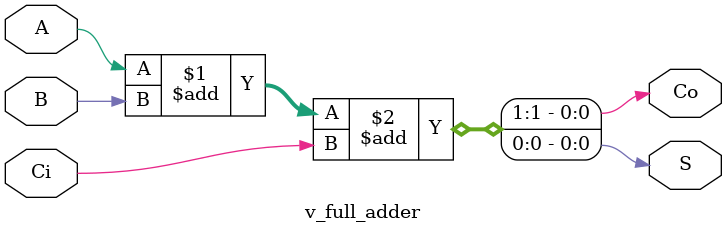
<source format=v>
module v_full_adder(input A, B, Ci, output Co, S);
  assign {Co, S} = A + B + Ci;
endmodule

</source>
